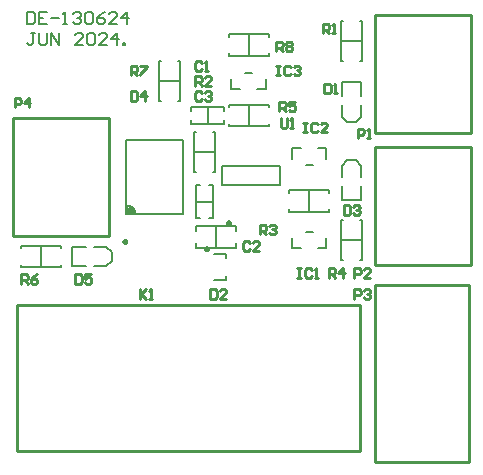
<source format=gto>
%FSDAX24Y24*%
%MOIN*%
%SFA1B1*%

%IPPOS*%
%ADD25C,0.010000*%
%ADD30C,0.008000*%
%ADD31C,0.009800*%
%ADD32C,0.007900*%
%ADD33C,0.005900*%
%ADD48C,0.005000*%
%LNde-130624-1*%
%LPD*%
G54D25*
X069775Y021316D02*
Y025253D01*
X066575D02*
X069775D01*
X066575Y021316D02*
X069775D01*
X066575D02*
Y025253D01*
Y016916D02*
Y020853D01*
Y016916D02*
X069775D01*
X066575Y020853D02*
X069775D01*
Y016916D02*
Y020853D01*
X066579Y016253D02*
X069728D01*
X066579Y010347D02*
X069728D01*
X066579D02*
Y016253D01*
X069728Y010347D02*
Y016253D01*
X054659Y015594D02*
X066072D01*
X054659Y010712D02*
Y015594D01*
X066077Y010712D02*
Y015594D01*
X054659Y010712D02*
X066077D01*
X057725Y017881D02*
Y021818D01*
X054525D02*
X057725D01*
X054525Y017881D02*
X057725D01*
X054525D02*
Y021818D01*
X058454Y023250D02*
Y023565D01*
X058611*
X058663Y023512*
Y023407*
X058611Y023355*
X058454*
X058559D02*
X058663Y023250D01*
X058768Y023565D02*
X058978D01*
Y023512*
X058768Y023302*
Y023250*
X058454Y022715D02*
Y022400D01*
X058611*
X058663Y022452*
Y022662*
X058611Y022715*
X058454*
X058926Y022400D02*
Y022715D01*
X058768Y022557*
X058978*
X060813Y022662D02*
X060761Y022715D01*
X060656*
X060604Y022662*
Y022452*
X060656Y022400*
X060761*
X060813Y022452*
X060918Y022662D02*
X060971Y022715D01*
X061076*
X061128Y022662*
Y022610*
X061076Y022557*
X061023*
X061076*
X061128Y022505*
Y022452*
X061076Y022400*
X060971*
X060918Y022452*
X060813Y023662D02*
X060761Y023715D01*
X060656*
X060604Y023662*
Y023452*
X060656Y023400*
X060761*
X060813Y023452*
X060918Y023400D02*
X061023D01*
X060971*
Y023715*
X060918Y023662*
X060604Y022900D02*
Y023215D01*
X060761*
X060813Y023162*
Y023057*
X060761Y023005*
X060604*
X060708D02*
X060813Y022900D01*
X061128D02*
X060918D01*
X061128Y023110*
Y023162*
X061076Y023215*
X060971*
X060918Y023162*
X063454Y021815D02*
Y021552D01*
X063506Y021500*
X063611*
X063663Y021552*
Y021815*
X063768Y021500D02*
X063873D01*
X063821*
Y021815*
X063768Y021762*
X063404Y022050D02*
Y022365D01*
X063561*
X063613Y022312*
Y022207*
X063561Y022155*
X063404*
X063509D02*
X063613Y022050D01*
X063928Y022365D02*
X063718D01*
Y022207*
X063823Y022260*
X063876*
X063928Y022207*
Y022102*
X063876Y022050*
X063771*
X063718Y022102*
X063304Y023565D02*
X063408D01*
X063356*
Y023250*
X063304*
X063408*
X063776Y023512D02*
X063723Y023565D01*
X063618*
X063566Y023512*
Y023302*
X063618Y023250*
X063723*
X063776Y023302*
X063881Y023512D02*
X063933Y023565D01*
X064038*
X064091Y023512*
Y023460*
X064038Y023407*
X063986*
X064038*
X064091Y023355*
Y023302*
X064038Y023250*
X063933*
X063881Y023302*
X063304Y024050D02*
Y024365D01*
X063461*
X063513Y024312*
Y024207*
X063461Y024155*
X063304*
X063408D02*
X063513Y024050D01*
X063618Y024312D02*
X063671Y024365D01*
X063776*
X063828Y024312*
Y024260*
X063776Y024207*
X063828Y024155*
Y024102*
X063776Y024050*
X063671*
X063618Y024102*
Y024155*
X063671Y024207*
X063618Y024260*
Y024312*
X063671Y024207D02*
X063776D01*
X064854Y024650D02*
Y024965D01*
X065011*
X065063Y024912*
Y024807*
X065011Y024755*
X064854*
X064959D02*
X065063Y024650D01*
X065168D02*
X065273D01*
X065221*
Y024965*
X065168Y024912*
X064904Y022965D02*
Y022650D01*
X065061*
X065113Y022702*
Y022912*
X065061Y022965*
X064904*
X065218Y022650D02*
X065323D01*
X065271*
Y022965*
X065218Y022912*
X066009Y021150D02*
Y021465D01*
X066166*
X066218Y021412*
Y021307*
X066166Y021255*
X066009*
X066323Y021150D02*
X066428D01*
X066376*
Y021465*
X066323Y021412*
X065554Y018915D02*
Y018600D01*
X065711*
X065763Y018652*
Y018862*
X065711Y018915*
X065554*
X065868Y018862D02*
X065921Y018915D01*
X066026*
X066078Y018862*
Y018810*
X066026Y018757*
X065973*
X066026*
X066078Y018705*
Y018652*
X066026Y018600*
X065921*
X065868Y018652*
X065904Y016500D02*
Y016815D01*
X066061*
X066113Y016762*
Y016657*
X066061Y016605*
X065904*
X066428Y016500D02*
X066218D01*
X066428Y016710*
Y016762*
X066376Y016815*
X066271*
X066218Y016762*
X065053Y016500D02*
Y016815D01*
X065211*
X065263Y016762*
Y016657*
X065211Y016605*
X065053*
X065158D02*
X065263Y016500D01*
X065525D02*
Y016815D01*
X065368Y016657*
X065578*
X064204Y021665D02*
X064309D01*
X064256*
Y021350*
X064204*
X064309*
X064676Y021612D02*
X064623Y021665D01*
X064518*
X064466Y021612*
Y021402*
X064518Y021350*
X064623*
X064676Y021402*
X064991Y021350D02*
X064781D01*
X064991Y021560*
Y021612*
X064938Y021665*
X064833*
X064781Y021612*
X062754Y017950D02*
Y018265D01*
X062911*
X062963Y018212*
Y018107*
X062911Y018055*
X062754*
X062859D02*
X062963Y017950D01*
X063068Y018212D02*
X063121Y018265D01*
X063226*
X063278Y018212*
Y018160*
X063226Y018107*
X063173*
X063226*
X063278Y018055*
Y018002*
X063226Y017950*
X063121*
X063068Y018002*
X064004Y016815D02*
X064109D01*
X064056*
Y016500*
X064004*
X064109*
X064476Y016762D02*
X064423Y016815D01*
X064318*
X064266Y016762*
Y016552*
X064318Y016500*
X064423*
X064476Y016552*
X064581Y016500D02*
X064686D01*
X064633*
Y016815*
X064581Y016762*
X062413Y017662D02*
X062361Y017715D01*
X062256*
X062204Y017662*
Y017452*
X062256Y017400*
X062361*
X062413Y017452*
X062728Y017400D02*
X062518D01*
X062728Y017610*
Y017662*
X062676Y017715*
X062571*
X062518Y017662*
X061104Y016115D02*
Y015800D01*
X061261*
X061313Y015852*
Y016062*
X061261Y016115*
X061104*
X061628Y015800D02*
X061418D01*
X061628Y016010*
Y016062*
X061576Y016115*
X061471*
X061418Y016062*
X056604Y016615D02*
Y016300D01*
X056761*
X056813Y016352*
Y016562*
X056761Y016615*
X056604*
X057128D02*
X056918D01*
Y016457*
X057023Y016510*
X057076*
X057128Y016457*
Y016352*
X057076Y016300*
X056971*
X056918Y016352*
X065907Y015800D02*
Y016115D01*
X066065*
X066117Y016062*
Y015957*
X066065Y015905*
X065907*
X066222Y016062D02*
X066274Y016115D01*
X066379*
X066432Y016062*
Y016010*
X066379Y015957*
X066327*
X066379*
X066432Y015905*
Y015852*
X066379Y015800*
X066274*
X066222Y015852*
X058754Y016115D02*
Y015800D01*
Y015905*
X058963Y016115*
X058806Y015957*
X058963Y015800*
X059068D02*
X059173D01*
X059121*
Y016115*
X059068Y016062*
X054804Y016300D02*
Y016615D01*
X054961*
X055013Y016562*
Y016457*
X054961Y016405*
X054804*
X054908D02*
X055013Y016300D01*
X055328Y016615D02*
X055223Y016562D01*
X055118Y016457*
Y016352*
X055171Y016300*
X055276*
X055328Y016352*
Y016405*
X055276Y016457*
X055118*
X054580Y022170D02*
Y022485D01*
X054737*
X054790Y022432*
Y022327*
X054737Y022275*
X054580*
X055052Y022170D02*
Y022485D01*
X054895Y022327*
X055105*
G54D30*
X055004Y025350D02*
Y024950D01*
X055203*
X055270Y025017*
Y025283*
X055203Y025350*
X055004*
X055670D02*
X055403D01*
Y024950*
X055670*
X055403Y025150D02*
X055537D01*
X055803D02*
X056070D01*
X056203Y024950D02*
X056336D01*
X056270*
Y025350*
X056203Y025283*
X056536D02*
X056603Y025350D01*
X056736*
X056803Y025283*
Y025217*
X056736Y025150*
X056670*
X056736*
X056803Y025083*
Y025017*
X056736Y024950*
X056603*
X056536Y025017*
X056936Y025283D02*
X057003Y025350D01*
X057136*
X057203Y025283*
Y025017*
X057136Y024950*
X057003*
X056936Y025017*
Y025283*
X057603Y025350D02*
X057469Y025283D01*
X057336Y025150*
Y025017*
X057403Y024950*
X057536*
X057603Y025017*
Y025083*
X057536Y025150*
X057336*
X058003Y024950D02*
X057736D01*
X058003Y025217*
Y025283*
X057936Y025350*
X057803*
X057736Y025283*
X058336Y024950D02*
Y025350D01*
X058136Y025150*
X058402*
X055270Y024650D02*
X055137D01*
X055203*
Y024317*
X055137Y024250*
X055070*
X055004Y024317*
X055403Y024650D02*
Y024317D01*
X055470Y024250*
X055603*
X055670Y024317*
Y024650*
X055803Y024250D02*
Y024650D01*
X056070Y024250*
Y024650*
X056870Y024250D02*
X056603D01*
X056870Y024517*
Y024583*
X056803Y024650*
X056670*
X056603Y024583*
X057003D02*
X057070Y024650D01*
X057203*
X057269Y024583*
Y024317*
X057203Y024250*
X057070*
X057003Y024317*
Y024583*
X057669Y024250D02*
X057403D01*
X057669Y024517*
Y024583*
X057603Y024650*
X057469*
X057403Y024583*
X058003Y024250D02*
Y024650D01*
X057803Y024450*
X058069*
X058203Y024250D02*
Y024317D01*
X058269*
Y024250*
X058203*
G54D31*
X058299Y017700D02*
D01*
X058298Y017703*
X058298Y017706*
X058297Y017710*
X058297Y017713*
X058296Y017716*
X058294Y017719*
X058293Y017723*
X058291Y017725*
X058289Y017728*
X058287Y017731*
X058285Y017734*
X058282Y017736*
X058280Y017738*
X058277Y017740*
X058274Y017742*
X058271Y017744*
X058268Y017745*
X058265Y017746*
X058261Y017747*
X058258Y017748*
X058255Y017748*
X058251Y017748*
X058248*
X058244Y017748*
X058241Y017748*
X058238Y017747*
X058234Y017746*
X058231Y017745*
X058228Y017744*
X058225Y017742*
X058222Y017740*
X058219Y017738*
X058217Y017736*
X058214Y017734*
X058212Y017731*
X058210Y017728*
X058208Y017725*
X058206Y017723*
X058205Y017719*
X058203Y017716*
X058202Y017713*
X058202Y017710*
X058201Y017706*
X058201Y017703*
X058201Y017700*
X058201Y017696*
X058201Y017693*
X058202Y017689*
X058202Y017686*
X058203Y017683*
X058205Y017680*
X058206Y017676*
X058208Y017674*
X058210Y017671*
X058212Y017668*
X058214Y017665*
X058217Y017663*
X058219Y017661*
X058222Y017659*
X058225Y017657*
X058228Y017655*
X058231Y017654*
X058234Y017653*
X058238Y017652*
X058241Y017651*
X058244Y017651*
X058248Y017651*
X058251*
X058255Y017651*
X058258Y017651*
X058261Y017652*
X058265Y017653*
X058268Y017654*
X058271Y017655*
X058274Y017657*
X058277Y017659*
X058280Y017661*
X058282Y017663*
X058285Y017665*
X058287Y017668*
X058289Y017671*
X058291Y017674*
X058293Y017676*
X058294Y017680*
X058296Y017683*
X058297Y017686*
X058297Y017689*
X058298Y017693*
X058298Y017696*
X058299Y017700*
X061749Y018326D02*
D01*
X061748Y018329*
X061748Y018332*
X061747Y018336*
X061747Y018339*
X061746Y018342*
X061744Y018345*
X061743Y018349*
X061741Y018351*
X061739Y018354*
X061737Y018357*
X061735Y018360*
X061732Y018362*
X061730Y018364*
X061727Y018366*
X061724Y018368*
X061721Y018370*
X061718Y018371*
X061715Y018372*
X061711Y018373*
X061708Y018374*
X061705Y018374*
X061701Y018374*
X061698*
X061694Y018374*
X061691Y018374*
X061688Y018373*
X061684Y018372*
X061681Y018371*
X061678Y018370*
X061675Y018368*
X061672Y018366*
X061669Y018364*
X061667Y018362*
X061664Y018360*
X061662Y018357*
X061660Y018354*
X061658Y018351*
X061656Y018349*
X061655Y018345*
X061653Y018342*
X061652Y018339*
X061652Y018336*
X061651Y018332*
X061651Y018329*
X061651Y018326*
X061651Y018322*
X061651Y018319*
X061652Y018315*
X061652Y018312*
X061653Y018309*
X061655Y018306*
X061656Y018302*
X061658Y018300*
X061660Y018297*
X061662Y018294*
X061664Y018291*
X061667Y018289*
X061669Y018287*
X061672Y018285*
X061675Y018283*
X061678Y018281*
X061681Y018280*
X061684Y018279*
X061688Y018278*
X061691Y018277*
X061694Y018277*
X061698Y018277*
X061701*
X061705Y018277*
X061708Y018277*
X061711Y018278*
X061715Y018279*
X061718Y018280*
X061721Y018281*
X061724Y018283*
X061727Y018285*
X061730Y018287*
X061732Y018289*
X061735Y018291*
X061737Y018294*
X061739Y018297*
X061741Y018300*
X061743Y018302*
X061744Y018306*
X061746Y018309*
X061747Y018312*
X061747Y018315*
X061748Y018319*
X061748Y018322*
X061749Y018326*
X061025Y017460D02*
D01*
X061024Y017463*
X061024Y017466*
X061023Y017470*
X061023Y017473*
X061022Y017476*
X061020Y017479*
X061019Y017483*
X061017Y017485*
X061015Y017488*
X061013Y017491*
X061011Y017494*
X061008Y017496*
X061006Y017498*
X061003Y017500*
X061000Y017502*
X060997Y017504*
X060994Y017505*
X060991Y017506*
X060987Y017507*
X060984Y017508*
X060981Y017508*
X060977Y017508*
X060974*
X060970Y017508*
X060967Y017508*
X060964Y017507*
X060960Y017506*
X060957Y017505*
X060954Y017504*
X060951Y017502*
X060948Y017500*
X060945Y017498*
X060943Y017496*
X060940Y017494*
X060938Y017491*
X060936Y017488*
X060934Y017485*
X060932Y017483*
X060931Y017479*
X060929Y017476*
X060928Y017473*
X060928Y017470*
X060927Y017466*
X060927Y017463*
X060927Y017460*
X060927Y017456*
X060927Y017453*
X060928Y017449*
X060928Y017446*
X060929Y017443*
X060931Y017440*
X060932Y017436*
X060934Y017434*
X060936Y017431*
X060938Y017428*
X060940Y017425*
X060943Y017423*
X060945Y017421*
X060948Y017419*
X060951Y017417*
X060954Y017415*
X060957Y017414*
X060960Y017413*
X060964Y017412*
X060967Y017411*
X060970Y017411*
X060974Y017411*
X060977*
X060981Y017411*
X060984Y017411*
X060987Y017412*
X060991Y017413*
X060994Y017414*
X060997Y017415*
X061000Y017417*
X061003Y017419*
X061006Y017421*
X061008Y017423*
X061011Y017425*
X061013Y017428*
X061015Y017431*
X061017Y017434*
X061019Y017436*
X061020Y017440*
X061022Y017443*
X061023Y017446*
X061023Y017449*
X061024Y017453*
X061024Y017456*
X061025Y017460*
G54D32*
X058600Y018630D02*
D01*
X058599Y018648*
X058597Y018667*
X058594Y018686*
X058589Y018704*
X058583Y018722*
X058576Y018739*
X058568Y018756*
X058558Y018773*
X058548Y018788*
X058536Y018803*
X058524Y018817*
X058510Y018830*
X058496Y018842*
X058480Y018853*
X058465Y018863*
X058448Y018872*
X058431Y018880*
X058413Y018886*
X058395Y018891*
X058376Y018895*
X058358Y018898*
X058339Y018899*
X058330Y018900*
X058300Y018630D02*
X060200D01*
X058300Y021070D02*
X060200D01*
X058300Y018630D02*
Y021070D01*
X060200Y018630D02*
Y021070D01*
X061484Y019593D02*
Y020207D01*
X063416*
Y019593D02*
Y020207D01*
X061484Y019593D02*
X063416D01*
X062947Y022781D02*
Y023135D01*
X062661Y022781D02*
X062947D01*
X061805D02*
Y023135D01*
Y022781D02*
X062091D01*
X062258Y023332D02*
X062494D01*
X065485Y022538D02*
Y023010D01*
X066115Y022538D02*
Y023010D01*
X065485D02*
X066115D01*
X065643Y021672D02*
X065957D01*
X065485Y021869D02*
Y022262D01*
X065957Y021672D02*
X066115Y021869D01*
X065485D02*
X065643Y021672D01*
X066115Y021869D02*
Y022262D01*
Y019090D02*
Y019562D01*
X065485Y019090D02*
Y019562D01*
Y019090D02*
X066115D01*
X065643Y020428D02*
X065957D01*
X066115Y019838D02*
Y020231D01*
X065485D02*
X065643Y020428D01*
X065957D02*
X066115Y020231D01*
X065485Y019838D02*
Y020231D01*
X063829Y020466D02*
Y020820D01*
X064115*
X064971Y020466D02*
Y020820D01*
X064685D02*
X064971D01*
X064282Y020269D02*
X064518D01*
X064971Y017474D02*
Y017829D01*
X064685Y017474D02*
X064971D01*
X063829D02*
Y017829D01*
Y017474D02*
X064115D01*
X064282Y018026D02*
X064518D01*
X061222Y017283D02*
X061616D01*
Y017145D02*
Y017283D01*
X061222Y016417D02*
X061616D01*
Y016555*
X056490Y016885D02*
X056962D01*
X056490Y017515D02*
X056962D01*
X056490Y016885D02*
Y017515D01*
X057828Y017043D02*
Y017357D01*
X057238Y016885D02*
X057632D01*
Y017515D02*
X057828Y017357D01*
X057632Y016885D02*
X057828Y017043D01*
X057238Y017515D02*
X057632D01*
G54D33*
X060026Y023719D02*
X060104D01*
Y022381D02*
Y023719D01*
X060026Y022381D02*
X060104D01*
X059396Y023719D02*
X059474D01*
X059396Y022381D02*
Y023719D01*
Y022381D02*
X059474D01*
X059396Y023050D02*
X060104D01*
X061057Y018483D02*
X061176D01*
Y019585*
X061057D02*
X061176D01*
X060624D02*
X060743D01*
X060624Y018483D02*
Y019585D01*
Y018483D02*
X060743D01*
X060624Y019034D02*
X061176D01*
X061567Y022057D02*
Y022176D01*
X060465D02*
X061567D01*
X060465Y022057D02*
Y022176D01*
Y021624D02*
Y021743D01*
Y021624D02*
X061567D01*
Y021743*
X061016Y021624D02*
Y022176D01*
X060546Y020031D02*
X060624D01*
X060546D02*
Y021369D01*
X060624*
X061176Y020031D02*
X061254D01*
Y021369*
X061176D02*
X061254D01*
X060546Y020700D02*
X061254D01*
X063069Y021546D02*
Y021624D01*
X061731Y021546D02*
X063069D01*
X061731D02*
Y021624D01*
X063069Y022176D02*
Y022254D01*
X061731D02*
X063069D01*
X061731Y022176D02*
Y022254D01*
X062400Y021546D02*
Y022254D01*
X061731Y024526D02*
Y024604D01*
X063069*
Y024526D02*
Y024604D01*
X061731Y023896D02*
Y023974D01*
Y023896D02*
X063069D01*
Y023974*
X062400Y023896D02*
Y024604D01*
X065446Y023731D02*
X065524D01*
X065446D02*
Y025069D01*
X065524*
X066076Y023731D02*
X066154D01*
Y025069*
X066076D02*
X066154D01*
X065446Y024400D02*
X066154D01*
X066076Y018419D02*
X066154D01*
Y017081D02*
Y018419D01*
X066076Y017081D02*
X066154D01*
X065446Y018419D02*
X065524D01*
X065446Y017081D02*
Y018419D01*
Y017081D02*
X065524D01*
X065446Y017750D02*
X066154D01*
X065069Y018696D02*
Y018774D01*
X063731Y018696D02*
X065069D01*
X063731D02*
Y018774D01*
X065069Y019326D02*
Y019404D01*
X063731D02*
X065069D01*
X063731Y019326D02*
Y019404D01*
X064400Y018696D02*
Y019404D01*
X061300Y017496D02*
Y018204D01*
X061969Y018047D02*
Y018204D01*
X060631D02*
X061969D01*
X060631Y018047D02*
Y018204D01*
Y017496D02*
Y017653D01*
Y017496D02*
X061969D01*
Y017653*
X054775Y017476D02*
Y017554D01*
X056114*
Y017476D02*
Y017554D01*
X054775Y016846D02*
Y016924D01*
Y016846D02*
X056114D01*
Y016924*
X055444Y016846D02*
Y017554D01*
G54D48*
X058575Y018739D02*
Y018655D01*
X058325*
Y018875*
X058439*
X058575Y018739*
G54D25*
X058525Y018718D02*
Y018705D01*
X058375*
Y018825*
X058418*
X058525Y018718*
M02*
</source>
